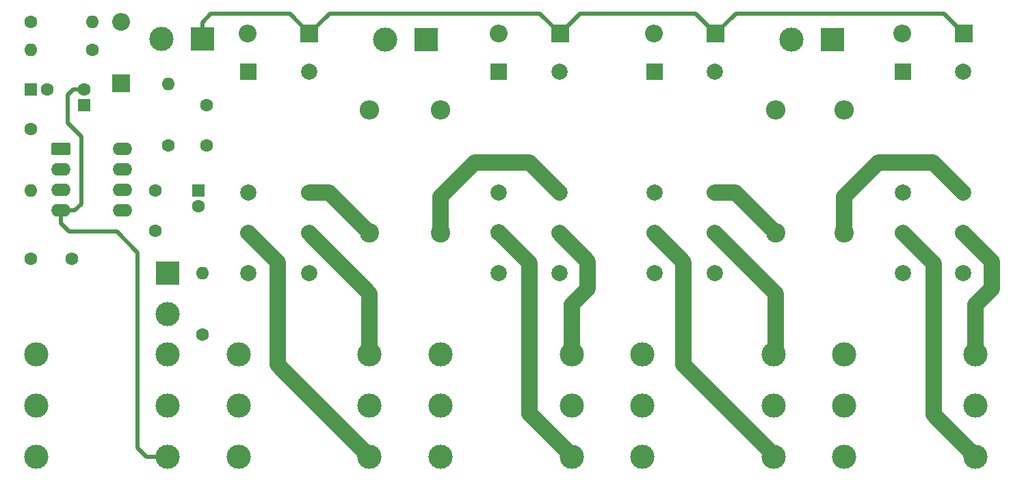
<source format=gbl>
%TF.GenerationSoftware,KiCad,Pcbnew,9.0.0+dfsg-1*%
%TF.CreationDate,2025-03-12T14:20:37+01:00*%
%TF.ProjectId,relays-array-4,72656c61-7973-42d6-9172-7261792d342e,1.0*%
%TF.SameCoordinates,Original*%
%TF.FileFunction,Copper,L2,Bot*%
%TF.FilePolarity,Positive*%
%FSLAX46Y46*%
G04 Gerber Fmt 4.6, Leading zero omitted, Abs format (unit mm)*
G04 Created by KiCad (PCBNEW 9.0.0+dfsg-1) date 2025-03-12 14:20:37*
%MOMM*%
%LPD*%
G01*
G04 APERTURE LIST*
G04 Aperture macros list*
%AMRoundRect*
0 Rectangle with rounded corners*
0 $1 Rounding radius*
0 $2 $3 $4 $5 $6 $7 $8 $9 X,Y pos of 4 corners*
0 Add a 4 corners polygon primitive as box body*
4,1,4,$2,$3,$4,$5,$6,$7,$8,$9,$2,$3,0*
0 Add four circle primitives for the rounded corners*
1,1,$1+$1,$2,$3*
1,1,$1+$1,$4,$5*
1,1,$1+$1,$6,$7*
1,1,$1+$1,$8,$9*
0 Add four rect primitives between the rounded corners*
20,1,$1+$1,$2,$3,$4,$5,0*
20,1,$1+$1,$4,$5,$6,$7,0*
20,1,$1+$1,$6,$7,$8,$9,0*
20,1,$1+$1,$8,$9,$2,$3,0*%
G04 Aperture macros list end*
%TA.AperFunction,ComponentPad*%
%ADD10C,2.000000*%
%TD*%
%TA.AperFunction,ComponentPad*%
%ADD11R,2.000000X2.000000*%
%TD*%
%TA.AperFunction,ComponentPad*%
%ADD12C,2.400000*%
%TD*%
%TA.AperFunction,ComponentPad*%
%ADD13O,2.400000X2.400000*%
%TD*%
%TA.AperFunction,ComponentPad*%
%ADD14R,2.200000X2.200000*%
%TD*%
%TA.AperFunction,ComponentPad*%
%ADD15O,2.200000X2.200000*%
%TD*%
%TA.AperFunction,ComponentPad*%
%ADD16C,1.600000*%
%TD*%
%TA.AperFunction,ComponentPad*%
%ADD17O,1.600000X1.600000*%
%TD*%
%TA.AperFunction,ComponentPad*%
%ADD18R,1.600000X1.600000*%
%TD*%
%TA.AperFunction,ComponentPad*%
%ADD19C,3.000000*%
%TD*%
%TA.AperFunction,ComponentPad*%
%ADD20R,3.000000X3.000000*%
%TD*%
%TA.AperFunction,ComponentPad*%
%ADD21RoundRect,0.250000X-0.950000X-0.550000X0.950000X-0.550000X0.950000X0.550000X-0.950000X0.550000X0*%
%TD*%
%TA.AperFunction,ComponentPad*%
%ADD22O,2.400000X1.600000*%
%TD*%
%TA.AperFunction,Conductor*%
%ADD23C,0.500000*%
%TD*%
%TA.AperFunction,Conductor*%
%ADD24C,2.000000*%
%TD*%
G04 APERTURE END LIST*
D10*
%TO.P,K3,11*%
%TO.N,Net-(J4-PadS)*%
X115270000Y-95000000D03*
%TO.P,K3,12*%
%TO.N,Net-(JP4-A)*%
X115270000Y-90000000D03*
%TO.P,K3,14*%
%TO.N,/SIGNAL*%
X115270000Y-100000000D03*
%TO.P,K3,21*%
%TO.N,Net-(J4-PadT)*%
X122770000Y-95000000D03*
%TO.P,K3,22*%
%TO.N,Net-(JP4-B)*%
X122770000Y-90000000D03*
%TO.P,K3,24*%
%TO.N,GND*%
X122770000Y-100000000D03*
D11*
%TO.P,K3,A1*%
%TO.N,Net-(D3-A)*%
X115270000Y-75000000D03*
D10*
%TO.P,K3,A2*%
%TO.N,+12V*%
X122770000Y-75000000D03*
%TD*%
D12*
%TO.P,R3,1*%
%TO.N,Net-(JP4-B)*%
X130270000Y-95000000D03*
D13*
%TO.P,R3,2*%
%TO.N,Net-(JP4-A)*%
X130270000Y-79760000D03*
%TD*%
D12*
%TO.P,R4,1*%
%TO.N,Net-(JP5-B)*%
X138750000Y-95000000D03*
D13*
%TO.P,R4,2*%
%TO.N,Net-(JP5-A)*%
X138750000Y-79760000D03*
%TD*%
D14*
%TO.P,D2,1,K*%
%TO.N,+12V*%
X103560000Y-70250000D03*
D15*
%TO.P,D2,2,A*%
%TO.N,Net-(D2-A)*%
X95940000Y-70250000D03*
%TD*%
D16*
%TO.P,C2,1*%
%TO.N,Net-(U1-+)*%
X38100000Y-98200000D03*
%TO.P,C2,2*%
%TO.N,Net-(JPX1-B)*%
X43100000Y-98200000D03*
%TD*%
%TO.P,R13,1*%
%TO.N,VCC*%
X55100000Y-84100000D03*
D17*
%TO.P,R13,2*%
%TO.N,+12V*%
X55100000Y-76480000D03*
%TD*%
D18*
%TO.P,C8,1*%
%TO.N,Net-(U1--)*%
X58800000Y-89700000D03*
D16*
%TO.P,C8,2*%
%TO.N,/SIGNAL*%
X58800000Y-91700000D03*
%TD*%
D14*
%TO.P,D3,1,K*%
%TO.N,+12V*%
X122830000Y-70250000D03*
D15*
%TO.P,D3,2,A*%
%TO.N,Net-(D3-A)*%
X115210000Y-70250000D03*
%TD*%
D10*
%TO.P,K4,11*%
%TO.N,Net-(J5-PadS)*%
X146000000Y-95000000D03*
%TO.P,K4,12*%
%TO.N,Net-(JP5-A)*%
X146000000Y-90000000D03*
%TO.P,K4,14*%
%TO.N,/SIGNAL*%
X146000000Y-100000000D03*
%TO.P,K4,21*%
%TO.N,Net-(J5-PadT)*%
X153500000Y-95000000D03*
%TO.P,K4,22*%
%TO.N,Net-(JP5-B)*%
X153500000Y-90000000D03*
%TO.P,K4,24*%
%TO.N,GND*%
X153500000Y-100000000D03*
D11*
%TO.P,K4,A1*%
%TO.N,Net-(D4-A)*%
X146000000Y-75000000D03*
D10*
%TO.P,K4,A2*%
%TO.N,+12V*%
X153500000Y-75000000D03*
%TD*%
D19*
%TO.P,J4,R*%
%TO.N,unconnected-(J4-PadR)*%
X130000000Y-116350000D03*
%TO.P,J4,RN*%
%TO.N,unconnected-(J4-PadRN)*%
X113770000Y-116350000D03*
%TO.P,J4,S*%
%TO.N,Net-(J4-PadS)*%
X130000000Y-122700000D03*
%TO.P,J4,SN*%
%TO.N,unconnected-(J4-PadSN)*%
X113770000Y-122700000D03*
%TO.P,J4,T*%
%TO.N,Net-(J4-PadT)*%
X130000000Y-110000000D03*
%TO.P,J4,TN*%
%TO.N,unconnected-(J4-PadTN)*%
X113770000Y-110000000D03*
%TD*%
%TO.P,J2,R*%
%TO.N,unconnected-(J2-PadR)*%
X105000000Y-116350000D03*
%TO.P,J2,RN*%
%TO.N,unconnected-(J2-PadRN)*%
X88770000Y-116350000D03*
%TO.P,J2,S*%
%TO.N,Net-(J2-PadS)*%
X105000000Y-122700000D03*
%TO.P,J2,SN*%
%TO.N,unconnected-(J2-PadSN)*%
X88770000Y-122700000D03*
%TO.P,J2,T*%
%TO.N,Net-(J2-PadT)*%
X105000000Y-110000000D03*
%TO.P,J2,TN*%
%TO.N,unconnected-(J2-PadTN)*%
X88770000Y-110000000D03*
%TD*%
D18*
%TO.P,C10,1*%
%TO.N,GNDS*%
X38100000Y-77200000D03*
D16*
%TO.P,C10,2*%
%TO.N,GND*%
X40100000Y-77200000D03*
%TD*%
D14*
%TO.P,D9,1,K*%
%TO.N,+12V*%
X49200000Y-76410000D03*
D15*
%TO.P,D9,2,A*%
%TO.N,GND*%
X49200000Y-68790000D03*
%TD*%
D14*
%TO.P,D4,1,K*%
%TO.N,+12V*%
X153560000Y-70250000D03*
D15*
%TO.P,D4,2,A*%
%TO.N,Net-(D4-A)*%
X145940000Y-70250000D03*
%TD*%
D19*
%TO.P,J14,R*%
%TO.N,unconnected-(J14-PadR)*%
X55000000Y-116350000D03*
%TO.P,J14,RN*%
%TO.N,unconnected-(J14-PadRN)*%
X38770000Y-116350000D03*
%TO.P,J14,S*%
%TO.N,GND*%
X55000000Y-122700000D03*
%TO.P,J14,SN*%
%TO.N,unconnected-(J14-PadSN)*%
X38770000Y-122700000D03*
%TO.P,J14,T*%
%TO.N,Net-(JPX1-B)*%
X55000000Y-110000000D03*
%TO.P,J14,TN*%
%TO.N,unconnected-(J14-PadTN)*%
X38770000Y-110000000D03*
%TD*%
D12*
%TO.P,R2,1*%
%TO.N,Net-(JP2-B)*%
X88750000Y-95000000D03*
D13*
%TO.P,R2,2*%
%TO.N,Net-(JP2-A)*%
X88750000Y-79760000D03*
%TD*%
D10*
%TO.P,K1,11*%
%TO.N,Net-(J1-PadS)*%
X65000000Y-95000000D03*
%TO.P,K1,12*%
%TO.N,Net-(JP3-A)*%
X65000000Y-90000000D03*
%TO.P,K1,14*%
%TO.N,/SIGNAL*%
X65000000Y-100000000D03*
%TO.P,K1,21*%
%TO.N,Net-(J1-PadT)*%
X72500000Y-95000000D03*
%TO.P,K1,22*%
%TO.N,Net-(JP3-B)*%
X72500000Y-90000000D03*
%TO.P,K1,24*%
%TO.N,GND*%
X72500000Y-100000000D03*
D11*
%TO.P,K1,A1*%
%TO.N,Net-(D1-A)*%
X65000000Y-75000000D03*
D10*
%TO.P,K1,A2*%
%TO.N,+12V*%
X72500000Y-75000000D03*
%TD*%
D14*
%TO.P,D1,1,K*%
%TO.N,+12V*%
X72560000Y-70250000D03*
D15*
%TO.P,D1,2,A*%
%TO.N,Net-(D1-A)*%
X64940000Y-70250000D03*
%TD*%
D16*
%TO.P,R16,1*%
%TO.N,GNDS*%
X38100000Y-82080000D03*
D17*
%TO.P,R16,2*%
%TO.N,Net-(U1-+)*%
X38100000Y-89700000D03*
%TD*%
D19*
%TO.P,J1,R*%
%TO.N,unconnected-(J1-PadR)*%
X80000000Y-116350000D03*
%TO.P,J1,RN*%
%TO.N,unconnected-(J1-PadRN)*%
X63770000Y-116350000D03*
%TO.P,J1,S*%
%TO.N,Net-(J1-PadS)*%
X80000000Y-122700000D03*
%TO.P,J1,SN*%
%TO.N,unconnected-(J1-PadSN)*%
X63770000Y-122700000D03*
%TO.P,J1,T*%
%TO.N,Net-(J1-PadT)*%
X80000000Y-110000000D03*
%TO.P,J1,TN*%
%TO.N,unconnected-(J1-PadTN)*%
X63770000Y-110000000D03*
%TD*%
D10*
%TO.P,K2,11*%
%TO.N,Net-(J2-PadS)*%
X96000000Y-95000000D03*
%TO.P,K2,12*%
%TO.N,Net-(JP2-A)*%
X96000000Y-90000000D03*
%TO.P,K2,14*%
%TO.N,/SIGNAL*%
X96000000Y-100000000D03*
%TO.P,K2,21*%
%TO.N,Net-(J2-PadT)*%
X103500000Y-95000000D03*
%TO.P,K2,22*%
%TO.N,Net-(JP2-B)*%
X103500000Y-90000000D03*
%TO.P,K2,24*%
%TO.N,GND*%
X103500000Y-100000000D03*
D11*
%TO.P,K2,A1*%
%TO.N,Net-(D2-A)*%
X96000000Y-75000000D03*
D10*
%TO.P,K2,A2*%
%TO.N,+12V*%
X103500000Y-75000000D03*
%TD*%
D16*
%TO.P,R9,1*%
%TO.N,GND*%
X59300000Y-107600000D03*
D17*
%TO.P,R9,2*%
%TO.N,/SIGNAL*%
X59300000Y-99980000D03*
%TD*%
D16*
%TO.P,C1,1*%
%TO.N,/SIGNAL*%
X53500000Y-94700000D03*
%TO.P,C1,2*%
%TO.N,Net-(U1--)*%
X53500000Y-89700000D03*
%TD*%
D12*
%TO.P,R1,1*%
%TO.N,Net-(JP3-B)*%
X80000000Y-95000000D03*
D13*
%TO.P,R1,2*%
%TO.N,Net-(JP3-A)*%
X80000000Y-79760000D03*
%TD*%
D20*
%TO.P,J6,1,Pin_1*%
%TO.N,Net-(D4-A)*%
X137330000Y-71000000D03*
D19*
%TO.P,J6,2,Pin_2*%
%TO.N,Net-(D3-A)*%
X132250000Y-71000000D03*
%TD*%
D16*
%TO.P,R15,1*%
%TO.N,GNDS*%
X38080000Y-68800000D03*
D17*
%TO.P,R15,2*%
%TO.N,GND*%
X45700000Y-68800000D03*
%TD*%
D20*
%TO.P,J3,1,Pin_1*%
%TO.N,Net-(D2-A)*%
X87040000Y-71000000D03*
D19*
%TO.P,J3,2,Pin_2*%
%TO.N,Net-(D1-A)*%
X81960000Y-71000000D03*
%TD*%
D21*
%TO.P,U1,1,VOS*%
%TO.N,unconnected-(U1-VOS-Pad1)*%
X41790000Y-84590000D03*
D22*
%TO.P,U1,2,-*%
%TO.N,Net-(U1--)*%
X41790000Y-87130000D03*
%TO.P,U1,3,+*%
%TO.N,Net-(U1-+)*%
X41790000Y-89670000D03*
%TO.P,U1,4,V-*%
%TO.N,GND*%
X41790000Y-92210000D03*
%TO.P,U1,5,NC*%
%TO.N,unconnected-(U1-NC-Pad5)*%
X49410000Y-92210000D03*
%TO.P,U1,6*%
%TO.N,Net-(U1--)*%
X49410000Y-89670000D03*
%TO.P,U1,7,V+*%
%TO.N,VCC*%
X49410000Y-87130000D03*
%TO.P,U1,8,VOS*%
%TO.N,unconnected-(U1-VOS-Pad8)*%
X49410000Y-84590000D03*
%TD*%
D19*
%TO.P,J5,R*%
%TO.N,unconnected-(J5-PadR)*%
X155000000Y-116350000D03*
%TO.P,J5,RN*%
%TO.N,unconnected-(J5-PadRN)*%
X138770000Y-116350000D03*
%TO.P,J5,S*%
%TO.N,Net-(J5-PadS)*%
X155000000Y-122700000D03*
%TO.P,J5,SN*%
%TO.N,unconnected-(J5-PadSN)*%
X138770000Y-122700000D03*
%TO.P,J5,T*%
%TO.N,Net-(J5-PadT)*%
X155000000Y-110000000D03*
%TO.P,J5,TN*%
%TO.N,unconnected-(J5-PadTN)*%
X138770000Y-110000000D03*
%TD*%
D20*
%TO.P,J15,1,Pin_1*%
%TO.N,/SIGNAL*%
X55000000Y-100000000D03*
D19*
%TO.P,J15,2,Pin_2*%
%TO.N,GND*%
X55000000Y-105080000D03*
%TD*%
D16*
%TO.P,R14,1*%
%TO.N,+12V*%
X45700000Y-72300000D03*
D17*
%TO.P,R14,2*%
%TO.N,GNDS*%
X38080000Y-72300000D03*
%TD*%
D18*
%TO.P,C7,1*%
%TO.N,VCC*%
X44700000Y-79155113D03*
D16*
%TO.P,C7,2*%
%TO.N,GND*%
X44700000Y-77155113D03*
%TD*%
%TO.P,C3,1*%
%TO.N,VCC*%
X59800000Y-84100000D03*
%TO.P,C3,2*%
%TO.N,GND*%
X59800000Y-79100000D03*
%TD*%
D20*
%TO.P,J10,1,Pin_1*%
%TO.N,+12V*%
X59280000Y-70900000D03*
D19*
%TO.P,J10,2,Pin_2*%
%TO.N,GND*%
X54200000Y-70900000D03*
%TD*%
D23*
%TO.N,+12V*%
X60350000Y-67800000D02*
X70110000Y-67800000D01*
X59280000Y-70900000D02*
X59280000Y-68870000D01*
X70110000Y-67800000D02*
X72560000Y-70250000D01*
X72560000Y-70250000D02*
X75060000Y-67750000D01*
X75060000Y-67750000D02*
X101060000Y-67750000D01*
X151060000Y-67750000D02*
X125330000Y-67750000D01*
X59280000Y-68870000D02*
X60350000Y-67800000D01*
X151060000Y-67750000D02*
X153560000Y-70250000D01*
X101060000Y-67750000D02*
X103560000Y-70250000D01*
X106060000Y-67750000D02*
X120330000Y-67750000D01*
X153560000Y-70250000D02*
X153560000Y-70190000D01*
X103560000Y-70250000D02*
X106060000Y-67750000D01*
X120330000Y-67750000D02*
X122830000Y-70250000D01*
X122830000Y-70250000D02*
X125330000Y-67750000D01*
D24*
%TO.N,Net-(J1-PadS)*%
X80000000Y-122700000D02*
X68600000Y-111300000D01*
X68600000Y-98600000D02*
X65000000Y-95000000D01*
X68600000Y-111300000D02*
X68600000Y-98600000D01*
%TO.N,Net-(J1-PadT)*%
X72500000Y-95000000D02*
X80000000Y-102500000D01*
X80000000Y-102500000D02*
X80000000Y-110000000D01*
%TO.N,Net-(J2-PadS)*%
X99800000Y-117400000D02*
X99800000Y-98700000D01*
X99800000Y-98700000D02*
X96000000Y-94900000D01*
X105000000Y-122600000D02*
X99800000Y-117400000D01*
%TO.N,Net-(J2-PadT)*%
X105000000Y-110000000D02*
X105000000Y-103900000D01*
X107000000Y-101900000D02*
X107000000Y-98500000D01*
X107000000Y-98500000D02*
X103500000Y-95000000D01*
X105000000Y-103900000D02*
X107000000Y-101900000D01*
%TO.N,Net-(J4-PadS)*%
X130270000Y-122700000D02*
X118870000Y-111300000D01*
X118870000Y-111300000D02*
X118870000Y-98600000D01*
X118870000Y-98600000D02*
X115270000Y-95000000D01*
%TO.N,Net-(J4-PadT)*%
X130270000Y-102500000D02*
X122770000Y-95000000D01*
X130270000Y-110000000D02*
X130270000Y-102500000D01*
%TO.N,Net-(J5-PadS)*%
X149800000Y-98800000D02*
X146000000Y-95000000D01*
X155000000Y-122700000D02*
X149800000Y-117500000D01*
X149800000Y-117500000D02*
X149800000Y-98800000D01*
%TO.N,Net-(J5-PadT)*%
X157000000Y-98500000D02*
X153500000Y-95000000D01*
X157000000Y-101900000D02*
X157000000Y-98500000D01*
X155000000Y-103900000D02*
X157000000Y-101900000D01*
X155000000Y-110000000D02*
X155000000Y-103900000D01*
D23*
%TO.N,GND*%
X52400000Y-122700000D02*
X55000000Y-122700000D01*
X43490000Y-92210000D02*
X44300000Y-91400000D01*
X43344887Y-77155113D02*
X44700000Y-77155113D01*
X41790000Y-92210000D02*
X41790000Y-93790000D01*
X51300000Y-97400000D02*
X51300000Y-121600000D01*
X42600000Y-77900000D02*
X43344887Y-77155113D01*
X44300000Y-91400000D02*
X44300000Y-83000000D01*
X44300000Y-83000000D02*
X42600000Y-81300000D01*
X41790000Y-93790000D02*
X42800000Y-94800000D01*
X51300000Y-121600000D02*
X52400000Y-122700000D01*
X42800000Y-94800000D02*
X48700000Y-94800000D01*
X41790000Y-92210000D02*
X43490000Y-92210000D01*
X48700000Y-94800000D02*
X51300000Y-97400000D01*
X42600000Y-81300000D02*
X42600000Y-77900000D01*
D24*
%TO.N,Net-(JP2-B)*%
X93000000Y-86250000D02*
X99750000Y-86250000D01*
X88750000Y-95000000D02*
X88750000Y-90500000D01*
X88750000Y-90500000D02*
X93000000Y-86250000D01*
X99750000Y-86250000D02*
X103500000Y-90000000D01*
%TO.N,Net-(JP3-B)*%
X72500000Y-90000000D02*
X75000000Y-90000000D01*
X75000000Y-90000000D02*
X80000000Y-95000000D01*
%TO.N,Net-(JP4-B)*%
X122747500Y-89990000D02*
X125247500Y-89990000D01*
X125247500Y-89990000D02*
X130247500Y-94990000D01*
%TO.N,Net-(JP5-B)*%
X143000000Y-86250000D02*
X149750000Y-86250000D01*
X138750000Y-95000000D02*
X138750000Y-90500000D01*
X149750000Y-86250000D02*
X153500000Y-90000000D01*
X138750000Y-90500000D02*
X143000000Y-86250000D01*
%TD*%
M02*

</source>
